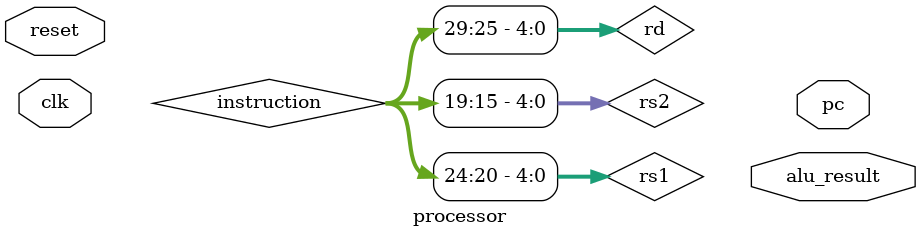
<source format=sv>
module processor(
    input clk,
    input reset,
    // Define other necessary inputs
    output [31:0] pc,
    output [31:0] alu_result
    // Define other necessary outputs
);
    // Instruction Fetch, Decode, Execute, Memory Access, Write Back stages
    // Program Counter, ALU, Register File, and Control Unit implementation
    // Memory Interface
    // Example: ALU operation (simplified)
    reg [31:0] regfile[0:31]; // Register file
    wire [31:0] instruction; // Assuming fetched from somewhere
    wire [4:0] rs1, rs2, rd;
    wire [31:0] operand1, operand2, result;
    assign {rd, rs1, rs2} = instruction[31:15]; // Simplified instruction format
    assign operand1 = regfile[rs1];
    assign operand2 = regfile[rs2];
    // A simple ALU operation example
    assign result = operand1 + operand2; // For demonstration, a simple add
    // Write back result to register file
    always @(posedge clk or posedge reset) begin
        if (reset) begin
            // Reset logic
        end else begin
            regfile[rd] <= result;
        end
    end
    // Define rest of processor logic
endmodule

</source>
